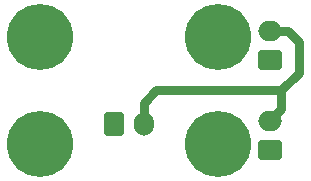
<source format=gbr>
%TF.GenerationSoftware,KiCad,Pcbnew,(6.0.6)*%
%TF.CreationDate,2022-08-21T18:20:13+02:00*%
%TF.ProjectId,fan_pcb,66616e5f-7063-4622-9e6b-696361645f70,rev?*%
%TF.SameCoordinates,Original*%
%TF.FileFunction,Copper,L2,Bot*%
%TF.FilePolarity,Positive*%
%FSLAX46Y46*%
G04 Gerber Fmt 4.6, Leading zero omitted, Abs format (unit mm)*
G04 Created by KiCad (PCBNEW (6.0.6)) date 2022-08-21 18:20:13*
%MOMM*%
%LPD*%
G01*
G04 APERTURE LIST*
G04 Aperture macros list*
%AMRoundRect*
0 Rectangle with rounded corners*
0 $1 Rounding radius*
0 $2 $3 $4 $5 $6 $7 $8 $9 X,Y pos of 4 corners*
0 Add a 4 corners polygon primitive as box body*
4,1,4,$2,$3,$4,$5,$6,$7,$8,$9,$2,$3,0*
0 Add four circle primitives for the rounded corners*
1,1,$1+$1,$2,$3*
1,1,$1+$1,$4,$5*
1,1,$1+$1,$6,$7*
1,1,$1+$1,$8,$9*
0 Add four rect primitives between the rounded corners*
20,1,$1+$1,$2,$3,$4,$5,0*
20,1,$1+$1,$4,$5,$6,$7,0*
20,1,$1+$1,$6,$7,$8,$9,0*
20,1,$1+$1,$8,$9,$2,$3,0*%
G04 Aperture macros list end*
%TA.AperFunction,ComponentPad*%
%ADD10RoundRect,0.250000X0.750000X-0.600000X0.750000X0.600000X-0.750000X0.600000X-0.750000X-0.600000X0*%
%TD*%
%TA.AperFunction,ComponentPad*%
%ADD11O,2.000000X1.700000*%
%TD*%
%TA.AperFunction,ComponentPad*%
%ADD12RoundRect,0.250000X-0.600000X-0.750000X0.600000X-0.750000X0.600000X0.750000X-0.600000X0.750000X0*%
%TD*%
%TA.AperFunction,ComponentPad*%
%ADD13O,1.700000X2.000000*%
%TD*%
%TA.AperFunction,ComponentPad*%
%ADD14C,5.600000*%
%TD*%
%TA.AperFunction,Conductor*%
%ADD15C,0.762000*%
%TD*%
G04 APERTURE END LIST*
D10*
%TO.P,REF\u002A\u002A,1*%
%TO.N,N/C*%
X43450000Y-32550000D03*
D11*
%TO.P,REF\u002A\u002A,2*%
X43450000Y-30050000D03*
%TD*%
D10*
%TO.P,REF\u002A\u002A,1*%
%TO.N,N/C*%
X43450000Y-24950000D03*
D11*
%TO.P,REF\u002A\u002A,2*%
X43450000Y-22450000D03*
%TD*%
D12*
%TO.P,REF\u002A\u002A,1*%
%TO.N,N/C*%
X30250000Y-30350000D03*
D13*
%TO.P,REF\u002A\u002A,2*%
X32750000Y-30350000D03*
%TD*%
D14*
%TO.P,REF\u002A\u002A,1*%
%TO.N,N/C*%
X39000000Y-23000000D03*
%TD*%
%TO.P,REF\u002A\u002A,1*%
%TO.N,N/C*%
X24000000Y-32000000D03*
%TD*%
%TO.P,REF\u002A\u002A,1*%
%TO.N,N/C*%
X39000000Y-32000000D03*
%TD*%
%TO.P,REF\u002A\u002A,1*%
%TO.N,N/C*%
X24000000Y-23000000D03*
%TD*%
D15*
%TO.N,*%
X45900000Y-23400000D02*
X44950000Y-22450000D01*
X44400000Y-27500000D02*
X45900000Y-26000000D01*
X45900000Y-26000000D02*
X45900000Y-23400000D01*
X44950000Y-22450000D02*
X43450000Y-22450000D01*
X44400000Y-29100000D02*
X43450000Y-30050000D01*
X44400000Y-27500000D02*
X44400000Y-29100000D01*
X32750000Y-30350000D02*
X32750000Y-28550000D01*
X32750000Y-28550000D02*
X33800000Y-27500000D01*
X33800000Y-27500000D02*
X44400000Y-27500000D01*
%TD*%
M02*

</source>
